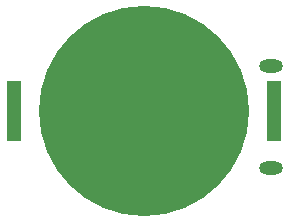
<source format=gbs>
%TF.GenerationSoftware,KiCad,Pcbnew,8.0.3*%
%TF.CreationDate,2025-03-25T09:51:50-05:00*%
%TF.ProjectId,HearingAid_ESP,48656172-696e-4674-9169-645f4553502e,rev?*%
%TF.SameCoordinates,Original*%
%TF.FileFunction,Soldermask,Bot*%
%TF.FilePolarity,Negative*%
%FSLAX46Y46*%
G04 Gerber Fmt 4.6, Leading zero omitted, Abs format (unit mm)*
G04 Created by KiCad (PCBNEW 8.0.3) date 2025-03-25 09:51:50*
%MOMM*%
%LPD*%
G01*
G04 APERTURE LIST*
%ADD10O,2.004000X1.104000*%
%ADD11R,1.270000X5.080000*%
%ADD12C,17.800000*%
G04 APERTURE END LIST*
D10*
%TO.C,J1*%
X61600000Y-31190000D03*
X61600000Y-22550000D03*
%TD*%
D11*
%TO.C,BT2*%
X61870000Y-26330000D03*
X39900000Y-26330000D03*
D12*
X50885000Y-26330000D03*
%TD*%
M02*

</source>
